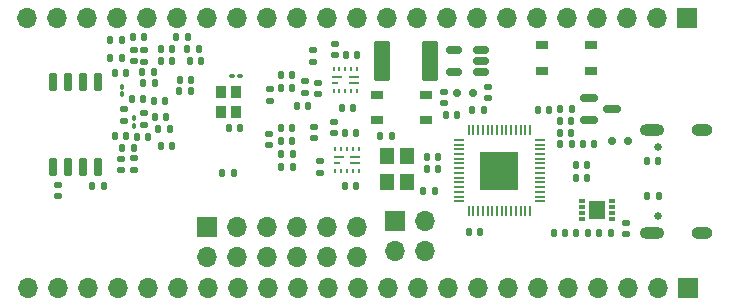
<source format=gbr>
%TF.GenerationSoftware,KiCad,Pcbnew,8.0.6*%
%TF.CreationDate,2024-12-01T18:19:07-08:00*%
%TF.ProjectId,SYNC-VT,53594e43-2d56-4542-9e6b-696361645f70,rev?*%
%TF.SameCoordinates,Original*%
%TF.FileFunction,Soldermask,Bot*%
%TF.FilePolarity,Negative*%
%FSLAX46Y46*%
G04 Gerber Fmt 4.6, Leading zero omitted, Abs format (unit mm)*
G04 Created by KiCad (PCBNEW 8.0.6) date 2024-12-01 18:19:07*
%MOMM*%
%LPD*%
G01*
G04 APERTURE LIST*
G04 Aperture macros list*
%AMRoundRect*
0 Rectangle with rounded corners*
0 $1 Rounding radius*
0 $2 $3 $4 $5 $6 $7 $8 $9 X,Y pos of 4 corners*
0 Add a 4 corners polygon primitive as box body*
4,1,4,$2,$3,$4,$5,$6,$7,$8,$9,$2,$3,0*
0 Add four circle primitives for the rounded corners*
1,1,$1+$1,$2,$3*
1,1,$1+$1,$4,$5*
1,1,$1+$1,$6,$7*
1,1,$1+$1,$8,$9*
0 Add four rect primitives between the rounded corners*
20,1,$1+$1,$2,$3,$4,$5,0*
20,1,$1+$1,$4,$5,$6,$7,0*
20,1,$1+$1,$6,$7,$8,$9,0*
20,1,$1+$1,$8,$9,$2,$3,0*%
G04 Aperture macros list end*
%ADD10R,1.050000X0.650000*%
%ADD11RoundRect,0.140000X-0.170000X0.140000X-0.170000X-0.140000X0.170000X-0.140000X0.170000X0.140000X0*%
%ADD12RoundRect,0.140000X0.170000X-0.140000X0.170000X0.140000X-0.170000X0.140000X-0.170000X-0.140000X0*%
%ADD13R,1.700000X1.700000*%
%ADD14O,1.700000X1.700000*%
%ADD15C,0.650000*%
%ADD16O,2.100000X1.000000*%
%ADD17O,1.800000X1.000000*%
%ADD18RoundRect,0.140000X-0.140000X-0.170000X0.140000X-0.170000X0.140000X0.170000X-0.140000X0.170000X0*%
%ADD19RoundRect,0.140000X0.140000X0.170000X-0.140000X0.170000X-0.140000X-0.170000X0.140000X-0.170000X0*%
%ADD20RoundRect,0.150000X0.150000X0.200000X-0.150000X0.200000X-0.150000X-0.200000X0.150000X-0.200000X0*%
%ADD21RoundRect,0.100000X-0.100000X0.130000X-0.100000X-0.130000X0.100000X-0.130000X0.100000X0.130000X0*%
%ADD22RoundRect,0.249999X-0.450001X-1.450001X0.450001X-1.450001X0.450001X1.450001X-0.450001X1.450001X0*%
%ADD23RoundRect,0.150000X-0.150000X0.650000X-0.150000X-0.650000X0.150000X-0.650000X0.150000X0.650000X0*%
%ADD24RoundRect,0.147500X0.147500X0.172500X-0.147500X0.172500X-0.147500X-0.172500X0.147500X-0.172500X0*%
%ADD25R,0.600000X0.250000*%
%ADD26R,0.900000X0.250000*%
%ADD27R,0.250000X0.450000*%
%ADD28R,0.900000X1.100000*%
%ADD29RoundRect,0.100000X0.130000X0.100000X-0.130000X0.100000X-0.130000X-0.100000X0.130000X-0.100000X0*%
%ADD30RoundRect,0.050000X0.050000X-0.387500X0.050000X0.387500X-0.050000X0.387500X-0.050000X-0.387500X0*%
%ADD31RoundRect,0.050000X0.387500X-0.050000X0.387500X0.050000X-0.387500X0.050000X-0.387500X-0.050000X0*%
%ADD32R,3.200000X3.200000*%
%ADD33RoundRect,0.150000X-0.587500X-0.150000X0.587500X-0.150000X0.587500X0.150000X-0.587500X0.150000X0*%
%ADD34R,1.200000X1.400000*%
%ADD35RoundRect,0.147500X-0.172500X0.147500X-0.172500X-0.147500X0.172500X-0.147500X0.172500X0.147500X0*%
%ADD36RoundRect,0.150000X0.512500X0.150000X-0.512500X0.150000X-0.512500X-0.150000X0.512500X-0.150000X0*%
%ADD37RoundRect,0.087500X-0.175000X-0.087500X0.175000X-0.087500X0.175000X0.087500X-0.175000X0.087500X0*%
%ADD38R,1.400000X1.600000*%
%ADD39RoundRect,0.150000X-0.150000X-0.200000X0.150000X-0.200000X0.150000X0.200000X-0.150000X0.200000X0*%
G04 APERTURE END LIST*
D10*
%TO.C,J2*%
X138005000Y-40265000D03*
X133855000Y-40265000D03*
X138005000Y-42415000D03*
X133855000Y-42415000D03*
%TD*%
%TO.C,J1*%
X124045000Y-44460000D03*
X119895000Y-44460000D03*
X124045000Y-46610000D03*
X119895000Y-46610000D03*
%TD*%
D11*
%TO.C,C12*%
X114520000Y-48150000D03*
X114520000Y-47190000D03*
%TD*%
D12*
%TO.C,C11*%
X110790000Y-43990000D03*
X110790000Y-44950000D03*
%TD*%
D11*
%TO.C,C5*%
X110750000Y-48710000D03*
X110750000Y-47750000D03*
%TD*%
D13*
%TO.C,J5*%
X146150000Y-37920000D03*
D14*
X143610000Y-37920000D03*
X141070000Y-37920000D03*
X138530000Y-37920000D03*
X135990000Y-37920000D03*
X133450000Y-37920000D03*
X130910000Y-37920000D03*
X128370000Y-37920000D03*
X125830000Y-37920000D03*
X123290000Y-37920000D03*
X120750000Y-37920000D03*
X118210000Y-37920000D03*
X115670000Y-37920000D03*
X113130000Y-37920000D03*
X110590000Y-37920000D03*
X108050000Y-37920000D03*
X105510000Y-37920000D03*
X102970000Y-37920000D03*
X100430000Y-37920000D03*
X97890000Y-37920000D03*
X95350000Y-37920000D03*
X92810000Y-37920000D03*
X90270000Y-37920000D03*
%TD*%
D13*
%TO.C,J6*%
X121370000Y-55130000D03*
D14*
X121370000Y-57670000D03*
X123910000Y-55130000D03*
X123910000Y-57670000D03*
%TD*%
D13*
%TO.C,J4*%
X146160000Y-60790000D03*
D14*
X143620000Y-60790000D03*
X141080000Y-60790000D03*
X138540000Y-60790000D03*
X136000000Y-60790000D03*
X133460000Y-60790000D03*
X130920000Y-60790000D03*
X128380000Y-60790000D03*
X125840000Y-60790000D03*
X123300000Y-60790000D03*
X120760000Y-60790000D03*
X118220000Y-60790000D03*
X115680000Y-60790000D03*
X113140000Y-60790000D03*
X110600000Y-60790000D03*
X108060000Y-60790000D03*
X105520000Y-60790000D03*
X102980000Y-60790000D03*
X100440000Y-60790000D03*
X97900000Y-60790000D03*
X95360000Y-60790000D03*
X92820000Y-60790000D03*
X90280000Y-60790000D03*
%TD*%
D15*
%TO.C,USB_C_ESP1*%
X143663750Y-54690000D03*
X143663750Y-48910000D03*
D16*
X143163750Y-56120000D03*
D17*
X147343750Y-56120000D03*
D16*
X143163750Y-47480000D03*
D17*
X147343750Y-47480000D03*
%TD*%
D13*
%TO.C,J3*%
X105500000Y-55640000D03*
D14*
X105500000Y-58180000D03*
X108040000Y-55640000D03*
X108040000Y-58180000D03*
X110580000Y-55640000D03*
X110580000Y-58180000D03*
X113120000Y-55640000D03*
X113120000Y-58180000D03*
X115660000Y-55640000D03*
X115660000Y-58180000D03*
X118200000Y-55640000D03*
X118200000Y-58180000D03*
%TD*%
D18*
%TO.C,C2*%
X123790000Y-52640000D03*
X124750000Y-52640000D03*
%TD*%
D19*
%TO.C,R40*%
X104780000Y-40580000D03*
X103820000Y-40580000D03*
%TD*%
D11*
%TO.C,R36*%
X125560000Y-45180000D03*
X125560000Y-44220000D03*
%TD*%
D20*
%TO.C,D4*%
X139742500Y-48350000D03*
X141142500Y-48350000D03*
%TD*%
D19*
%TO.C,C4*%
X125030000Y-49750000D03*
X124070000Y-49750000D03*
%TD*%
D18*
%TO.C,C33*%
X135330000Y-47650000D03*
X136290000Y-47650000D03*
%TD*%
D12*
%TO.C,R11*%
X99280000Y-50790000D03*
X99280000Y-49830000D03*
%TD*%
D18*
%TO.C,R41*%
X97300000Y-39800000D03*
X98260000Y-39800000D03*
%TD*%
D19*
%TO.C,R6*%
X118090001Y-52205001D03*
X117130001Y-52205001D03*
%TD*%
D18*
%TO.C,C29*%
X136730000Y-50370000D03*
X137690000Y-50370000D03*
%TD*%
D21*
%TO.C,FB1*%
X98270000Y-43770000D03*
X98270000Y-44410000D03*
%TD*%
D19*
%TO.C,R12*%
X98640000Y-42610000D03*
X97680000Y-42610000D03*
%TD*%
D18*
%TO.C,C28*%
X135380000Y-45660000D03*
X136340000Y-45660000D03*
%TD*%
%TO.C,R14*%
X97280000Y-41360000D03*
X98240000Y-41360000D03*
%TD*%
D22*
%TO.C,L1*%
X120250000Y-41620000D03*
X124350000Y-41620000D03*
%TD*%
D18*
%TO.C,C36*%
X137310000Y-48600000D03*
X138270000Y-48600000D03*
%TD*%
%TO.C,R32*%
X138700000Y-56150000D03*
X139660000Y-56150000D03*
%TD*%
D19*
%TO.C,R18*%
X100970000Y-42530000D03*
X100010000Y-42530000D03*
%TD*%
D18*
%TO.C,R23*%
X106780002Y-51120000D03*
X107740002Y-51120000D03*
%TD*%
%TO.C,C31*%
X133500000Y-45710000D03*
X134460000Y-45710000D03*
%TD*%
%TO.C,C25*%
X104010000Y-41560000D03*
X104970000Y-41560000D03*
%TD*%
D19*
%TO.C,R13*%
X98630000Y-47910000D03*
X97670000Y-47910000D03*
%TD*%
%TO.C,R19*%
X102520000Y-41560000D03*
X101560000Y-41560000D03*
%TD*%
%TO.C,R21*%
X100140000Y-39560000D03*
X99180000Y-39560000D03*
%TD*%
D12*
%TO.C,R38*%
X129270000Y-44750000D03*
X129270000Y-43790000D03*
%TD*%
D23*
%TO.C,U5*%
X92425000Y-43360000D03*
X93695000Y-43360000D03*
X94965000Y-43360000D03*
X96235000Y-43360000D03*
X96235000Y-50560000D03*
X94965000Y-50560000D03*
X93695000Y-50560000D03*
X92425000Y-50560000D03*
%TD*%
D24*
%TO.C,D2*%
X104115000Y-44160000D03*
X103145000Y-44160000D03*
%TD*%
D12*
%TO.C,R17*%
X99260000Y-41630000D03*
X99260000Y-40670000D03*
%TD*%
D18*
%TO.C,R33*%
X142748750Y-53040000D03*
X143708750Y-53040000D03*
%TD*%
D19*
%TO.C,R25*%
X112740002Y-49450000D03*
X111780002Y-49450000D03*
%TD*%
D18*
%TO.C,R1*%
X117220000Y-41100000D03*
X118180000Y-41100000D03*
%TD*%
%TO.C,R42*%
X102880000Y-39530000D03*
X103840000Y-39530000D03*
%TD*%
%TO.C,R34*%
X142698750Y-50090000D03*
X143658750Y-50090000D03*
%TD*%
D19*
%TO.C,C16*%
X96730000Y-52150000D03*
X95770000Y-52150000D03*
%TD*%
D25*
%TO.C,U2*%
X116480000Y-50230000D03*
D26*
X116630000Y-49730000D03*
D27*
X116330000Y-49055001D03*
X116830002Y-49055001D03*
X117330001Y-49055001D03*
X117830000Y-49055001D03*
X118330002Y-49055001D03*
D26*
X118030002Y-49730000D03*
X118030002Y-50230000D03*
D27*
X118330002Y-50904999D03*
X117830000Y-50904999D03*
X117330001Y-50904999D03*
X116830002Y-50904999D03*
X116330000Y-50904999D03*
%TD*%
D28*
%TO.C,X1*%
X107940002Y-44180000D03*
X107940002Y-45880000D03*
X106640002Y-45880000D03*
X106640002Y-44180000D03*
%TD*%
D19*
%TO.C,R24*%
X112740002Y-50550000D03*
X111780002Y-50550000D03*
%TD*%
D18*
%TO.C,R35*%
X125680000Y-46140000D03*
X126640000Y-46140000D03*
%TD*%
D11*
%TO.C,C26*%
X92850000Y-52090000D03*
X92850000Y-53050000D03*
%TD*%
D18*
%TO.C,C17*%
X98310000Y-48920000D03*
X99270000Y-48920000D03*
%TD*%
D19*
%TO.C,R15*%
X102550000Y-40560000D03*
X101590000Y-40560000D03*
%TD*%
%TO.C,C32*%
X128910000Y-45780000D03*
X127950000Y-45780000D03*
%TD*%
%TO.C,C35*%
X128600000Y-56050000D03*
X127640000Y-56050000D03*
%TD*%
D12*
%TO.C,C37*%
X140920000Y-56230000D03*
X140920000Y-55270000D03*
%TD*%
D18*
%TO.C,R22*%
X103160000Y-43180000D03*
X104120000Y-43180000D03*
%TD*%
%TO.C,R20*%
X100070000Y-43480000D03*
X101030000Y-43480000D03*
%TD*%
%TO.C,C6*%
X136710000Y-51520000D03*
X137670000Y-51520000D03*
%TD*%
%TO.C,C18*%
X99090000Y-44780000D03*
X100050000Y-44780000D03*
%TD*%
D19*
%TO.C,C24*%
X100470000Y-47990000D03*
X99510000Y-47990000D03*
%TD*%
D12*
%TO.C,C8*%
X115020002Y-51050000D03*
X115020002Y-50090000D03*
%TD*%
D18*
%TO.C,C7*%
X135380000Y-48620000D03*
X136340000Y-48620000D03*
%TD*%
D21*
%TO.C,FB2*%
X99290000Y-46440000D03*
X99290000Y-47080000D03*
%TD*%
D19*
%TO.C,C22*%
X102320000Y-47370000D03*
X101360000Y-47370000D03*
%TD*%
%TO.C,R4*%
X117840002Y-45570000D03*
X116880002Y-45570000D03*
%TD*%
D12*
%TO.C,R2*%
X116270002Y-41090000D03*
X116270002Y-40130000D03*
%TD*%
D19*
%TO.C,C34*%
X125070000Y-50760000D03*
X124110000Y-50760000D03*
%TD*%
D18*
%TO.C,C30*%
X135330000Y-46660000D03*
X136290000Y-46660000D03*
%TD*%
%TO.C,C15*%
X101050000Y-46360000D03*
X102010000Y-46360000D03*
%TD*%
D29*
%TO.C,FB3*%
X108235002Y-42830000D03*
X107595002Y-42830000D03*
%TD*%
D30*
%TO.C,U9*%
X132830000Y-54307500D03*
X132430000Y-54307500D03*
X132030000Y-54307500D03*
X131630000Y-54307500D03*
X131230000Y-54307500D03*
X130830000Y-54307500D03*
X130430000Y-54307500D03*
X130030000Y-54307500D03*
X129630000Y-54307500D03*
X129230000Y-54307500D03*
X128830000Y-54307500D03*
X128430000Y-54307500D03*
X128030000Y-54307500D03*
X127630000Y-54307500D03*
D31*
X126792500Y-53470000D03*
X126792500Y-53070000D03*
X126792500Y-52670000D03*
X126792500Y-52270000D03*
X126792500Y-51870000D03*
X126792500Y-51470000D03*
X126792500Y-51070000D03*
X126792500Y-50670000D03*
X126792500Y-50270000D03*
X126792500Y-49870000D03*
X126792500Y-49470000D03*
X126792500Y-49070000D03*
X126792500Y-48670000D03*
X126792500Y-48270000D03*
D30*
X127630000Y-47432500D03*
X128030000Y-47432500D03*
X128430000Y-47432500D03*
X128830000Y-47432500D03*
X129230000Y-47432500D03*
X129630000Y-47432500D03*
X130030000Y-47432500D03*
X130430000Y-47432500D03*
X130830000Y-47432500D03*
X131230000Y-47432500D03*
X131630000Y-47432500D03*
X132030000Y-47432500D03*
X132430000Y-47432500D03*
X132830000Y-47432500D03*
D31*
X133667500Y-48270000D03*
X133667500Y-48670000D03*
X133667500Y-49070000D03*
X133667500Y-49470000D03*
X133667500Y-49870000D03*
X133667500Y-50270000D03*
X133667500Y-50670000D03*
X133667500Y-51070000D03*
X133667500Y-51470000D03*
X133667500Y-51870000D03*
X133667500Y-52270000D03*
X133667500Y-52670000D03*
X133667500Y-53070000D03*
X133667500Y-53470000D03*
D32*
X130230000Y-50870000D03*
%TD*%
D33*
%TO.C,U8*%
X137852500Y-46600000D03*
X137852500Y-44700000D03*
X139727500Y-45650000D03*
%TD*%
D19*
%TO.C,C3*%
X121110000Y-47970000D03*
X120150000Y-47970000D03*
%TD*%
D18*
%TO.C,R3*%
X117135001Y-47715001D03*
X118095001Y-47715001D03*
%TD*%
D34*
%TO.C,Y1*%
X120690000Y-51850000D03*
X120690000Y-49650000D03*
X122390000Y-49650000D03*
X122390000Y-51850000D03*
%TD*%
D18*
%TO.C,C20*%
X100950000Y-44950000D03*
X101910000Y-44950000D03*
%TD*%
D35*
%TO.C,D1*%
X98210000Y-49855000D03*
X98210000Y-50825000D03*
%TD*%
D36*
%TO.C,U11*%
X128637500Y-40630000D03*
X128637500Y-41580000D03*
X128637500Y-42530000D03*
X126362500Y-42530000D03*
X126362500Y-40630000D03*
%TD*%
D12*
%TO.C,C14*%
X100100000Y-47000000D03*
X100100000Y-46040000D03*
%TD*%
D11*
%TO.C,C23*%
X98420000Y-45690000D03*
X98420000Y-46650000D03*
%TD*%
D19*
%TO.C,C27*%
X108300000Y-47300000D03*
X107340000Y-47300000D03*
%TD*%
D12*
%TO.C,R16*%
X100170000Y-41650000D03*
X100170000Y-40690000D03*
%TD*%
%TO.C,C10*%
X114840002Y-44380000D03*
X114840002Y-43420000D03*
%TD*%
D18*
%TO.C,C21*%
X101590000Y-48780000D03*
X102550000Y-48780000D03*
%TD*%
D25*
%TO.C,U1*%
X116340002Y-43484999D03*
D26*
X116490002Y-42984999D03*
D27*
X116190002Y-42310000D03*
X116690004Y-42310000D03*
X117190003Y-42310000D03*
X117690002Y-42310000D03*
X118190004Y-42310000D03*
D26*
X117890004Y-42984999D03*
X117890004Y-43484999D03*
D27*
X118190004Y-44159998D03*
X117690002Y-44159998D03*
X117190003Y-44159998D03*
X116690004Y-44159998D03*
X116190002Y-44159998D03*
%TD*%
D18*
%TO.C,R37*%
X136750000Y-56130000D03*
X137710000Y-56130000D03*
%TD*%
D19*
%TO.C,C38*%
X135780000Y-56130000D03*
X134820000Y-56130000D03*
%TD*%
D12*
%TO.C,R5*%
X116220002Y-47720000D03*
X116220002Y-46760000D03*
%TD*%
D37*
%TO.C,FLASH1*%
X137205000Y-54942500D03*
X137205000Y-54442500D03*
X137205000Y-53942500D03*
X137205000Y-53442500D03*
X139780000Y-53442500D03*
X139780000Y-53942500D03*
X139780000Y-54442500D03*
X139780000Y-54942500D03*
D38*
X138492500Y-54192500D03*
%TD*%
D39*
%TO.C,D3*%
X128027500Y-44300000D03*
X126627500Y-44300000D03*
%TD*%
D19*
%TO.C,R10*%
X114020000Y-45430000D03*
X113060000Y-45430000D03*
%TD*%
D18*
%TO.C,C1*%
X111740002Y-47260000D03*
X112700002Y-47260000D03*
%TD*%
D19*
%TO.C,R27*%
X112690002Y-43910000D03*
X111730002Y-43910000D03*
%TD*%
D11*
%TO.C,C9*%
X114490002Y-40679998D03*
X114490002Y-41639998D03*
%TD*%
D12*
%TO.C,R8*%
X113800000Y-44270000D03*
X113800000Y-43310000D03*
%TD*%
D19*
%TO.C,R28*%
X112680002Y-42820000D03*
X111720002Y-42820000D03*
%TD*%
%TO.C,R26*%
X112690002Y-48340000D03*
X111730002Y-48340000D03*
%TD*%
M02*

</source>
